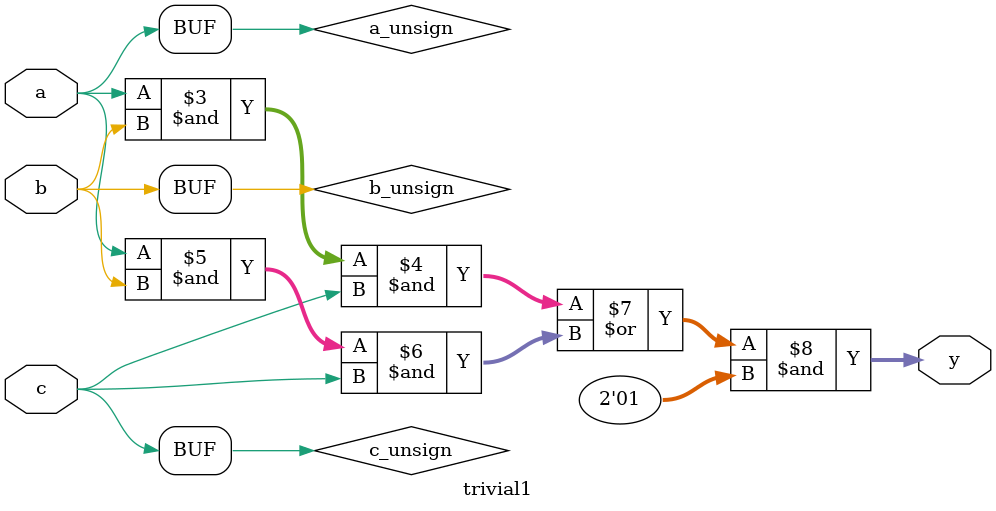
<source format=v>
module trivial1(
   input signed a
  ,input signed b
  ,input signed c
  ,output reg signed [1:0] y
);
reg a_unsign;
reg b_unsign;
reg c_unsign;
always @(*) begin
  a_unsign = a;
  b_unsign = b;
  c_unsign = c;
end
always @(*) begin
  y = (((a_unsign & b_unsign & c_unsign) | (a_unsign & b_unsign & c_unsign)) & (2'sh1));
end
endmodule

</source>
